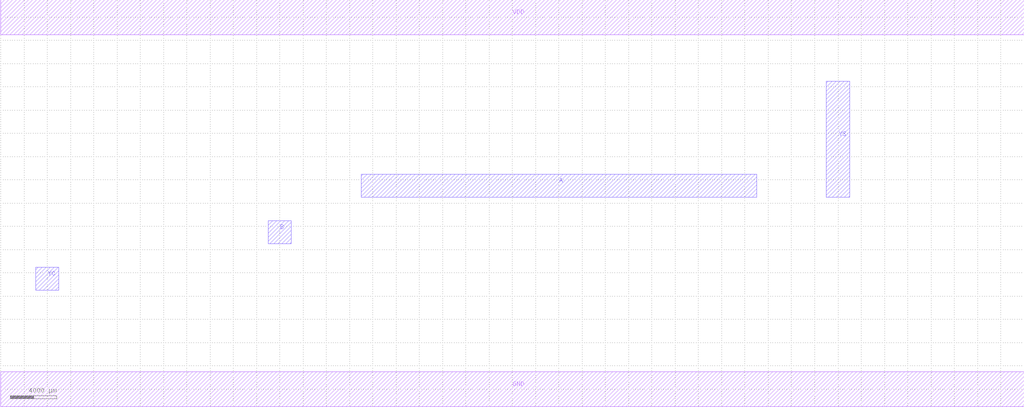
<source format=lef>
MACRO HAX1
 CLASS CORE ;
 ORIGIN 0 0 ;
 FOREIGN HAX1 0 0 ;
 SITE CORE ;
 SYMMETRY X Y R90 ;
  PIN VDD
   DIRECTION INOUT ;
   USE SIGNAL ;
   SHAPE ABUTMENT ;
    PORT
     CLASS CORE ;
       LAYER metal1 ;
        RECT 0.00000000 30500.00000000 88000.00000000 33500.00000000 ;
    END
  END VDD

  PIN GND
   DIRECTION INOUT ;
   USE SIGNAL ;
   SHAPE ABUTMENT ;
    PORT
     CLASS CORE ;
       LAYER metal1 ;
        RECT 0.00000000 -1500.00000000 88000.00000000 1500.00000000 ;
    END
  END GND

  PIN B
   DIRECTION INOUT ;
   USE SIGNAL ;
   SHAPE ABUTMENT ;
    PORT
     CLASS CORE ;
       LAYER metal2 ;
        RECT 23000.00000000 12500.00000000 25000.00000000 14500.00000000 ;
    END
  END B

  PIN A
   DIRECTION INOUT ;
   USE SIGNAL ;
   SHAPE ABUTMENT ;
    PORT
     CLASS CORE ;
       LAYER metal2 ;
        RECT 31000.00000000 16500.00000000 65000.00000000 18500.00000000 ;
    END
  END A

  PIN YC
   DIRECTION INOUT ;
   USE SIGNAL ;
   SHAPE ABUTMENT ;
    PORT
     CLASS CORE ;
       LAYER metal2 ;
        RECT 3000.00000000 8500.00000000 5000.00000000 10500.00000000 ;
    END
  END YC

  PIN YS
   DIRECTION INOUT ;
   USE SIGNAL ;
   SHAPE ABUTMENT ;
    PORT
     CLASS CORE ;
       LAYER metal2 ;
        RECT 71000.00000000 16500.00000000 73000.00000000 26500.00000000 ;
    END
  END YS


END HAX1

</source>
